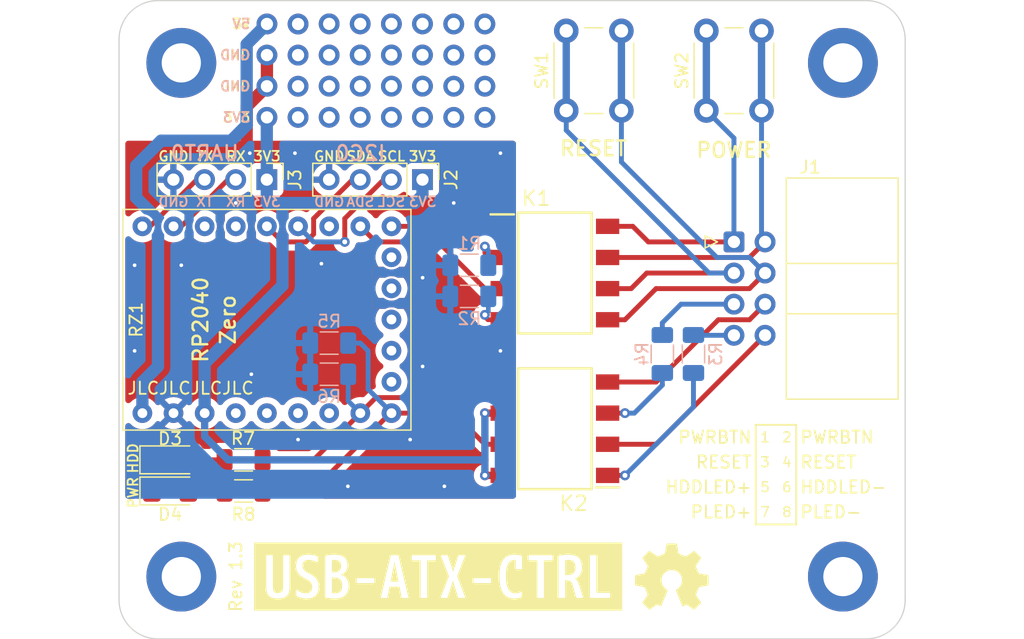
<source format=kicad_pcb>
(kicad_pcb (version 20211014) (generator pcbnew)
  (title_block (title "USB-ATX-CTRL") (date "2022-12-17") (rev "1.3"))
  (layers (0 "F.Cu" signal "Front") (31 "B.Cu" signal "Back") (34 "B.Paste" user) (35 "F.Paste" user) (36 "B.SilkS" user "B.Silkscreen") (37 "F.SilkS" user "F.Silkscreen") (38 "B.Mask" user) (39 "F.Mask" user) (44 "Edge.Cuts" user))
  (property "title" "ATX")
  (net 0 "")
  (net 1 "GND")
  (net 2 "Net-(D3-Pad2)")
  (net 3 "Net-(D4-Pad2)")
  (net 16 "+3.3V")
  (net 17 "/SCL")
  (net 18 "/SDA")
  (net 19 "/RX")
  (net 20 "/TX")
  (net 21 "+5V")
  (net 22 "Net-(K1-Pad2)")
  (net 23 "Net-(K1-Pad4)")
  (net 24 "/PWR_LED_N")
  (net 25 "/HDD_LED_N")
  (net 26 "/HDD_LED_P")
  (net 27 "/PWR_LED_P")
  (net 28 "/RST_GND")
  (net 29 "/~{POWER}")
  (net 30 "/~{RESET}")
  (net 31 "/PWR_GND")
  (net 32 "/GPIO8")
  (net 33 "/GPIO7")
  (net 34 "/GPIO15")
  (net 35 "/GPIO14")
  (net 36 "Net-(K2-Pad1)")
  (net 37 "Net-(K2-Pad3)")
  (footprint "" (layer "F.Cu") (at 93.98 29.850684)
    (fp_text reference "" (at 0 0) (layer "F.SilkS") (effects (font (size 1.27 1.27))))
    (fp_text value "" (at 0 0) (layer "F.SilkS") (effects (font (size 1.27 1.27))))
    (pad "" thru_hole circle locked (at 0 0) (size 1.7 1.7) (drill 1) (layers *.Cu *.Mask))
  )
  (footprint "" (layer "F.Cu") (at 101.595906 37.45882)
    (fp_text reference "" (at 0 0) (layer "F.SilkS") (effects (font (size 1.27 1.27))))
    (fp_text value "" (at 0 0) (layer "F.SilkS") (effects (font (size 1.27 1.27))))
    (pad "" thru_hole circle locked (at 0 0) (size 1.7 1.7) (drill 1) (layers F&B.Cu *.Mask))
  )
  (footprint "Resistor_SMD:R_1206_3216Metric_Pad1.30x1.75mm_HandSolder" (layer "F.Cu") (at 89.535 67.945)
    (fp_text reference "R8" (at 0 1.905) (layer "F.SilkS"))
    (fp_text value "560R")
    (pad "1" smd roundrect (at -1.55 0) (size 1.3 1.75) (layers "F.Cu" "F.Paste" "F.Mask") (roundrect_rratio 0.1923076923) (net 3 "Net-(D4-Pad2)"))
    (pad "2" smd roundrect (at 1.55 0) (size 1.3 1.75) (layers "F.Cu" "F.Paste" "F.Mask") (roundrect_rratio 0.1923076923) (net 35 "/GPIO14"))
  )
  (footprint "" (layer "F.Cu") (at 93.98 37.465)
    (fp_text reference "" (at 0 0) (layer "F.SilkS") (effects (font (size 1.27 1.27))))
    (fp_text value "" (at 0 0) (layer "F.SilkS") (effects (font (size 1.27 1.27))))
    (pad "" thru_hole circle locked (at 0 0) (size 1.7 1.7) (drill 1) (layers F&B.Cu *.Mask))
  )
  (footprint "TestPoint:TestPoint_THTPad_D1.5mm_Drill0.7mm" (layer "F.Cu") (at 91.44 32.385)
    (fp_text reference "REF**" hide)
    (fp_text value "TestPoint_THTPad_D1.5mm_Drill0.7mm" hide)
    (pad "" thru_hole circle locked (at 0 0) (size 1.7 1.7) (drill 1) (layers *.Cu *.Mask) (net 1 "GND"))
  )
  (footprint "Connector_PinHeader_2.54mm:PinHeader_1x04_P2.54mm_Vertical" (layer "F.Cu") (at 104.13 42.545 -90)
    (fp_text reference "J2" (at 0 -2.33 90) (layer "F.SilkS"))
    (fp_text value "I2C0")
    (pad "1" thru_hole rect (at 0 0 270) (size 1.7 1.7) (drill 1) (layers *.Cu *.Mask) (net 16 "+3.3V"))
    (pad "2" thru_hole oval (at 0 2.54 270) (size 1.7 1.7) (drill 1) (layers *.Cu *.Mask) (net 17 "/SCL"))
    (pad "3" thru_hole oval (at 0 5.08 270) (size 1.7 1.7) (drill 1) (layers *.Cu *.Mask) (net 18 "/SDA"))
    (pad "4" thru_hole oval (at 0 7.62 270) (size 1.7 1.7) (drill 1) (layers *.Cu *.Mask) (net 1 "GND"))
  )
  (footprint "Connector_IDC:IDC-Header_2x04_P2.54mm_Horizontal" (layer "F.Cu") (at 129.54 47.625)
    (fp_text reference "J1" (at 6.215 -6.1) (layer "F.SilkS"))
    (fp_text value "ATX")
    (pad "1" thru_hole roundrect (at 0 0) (size 1.7 1.7) (drill 1) (layers *.Cu *.Mask) (roundrect_rratio 0.1470588235) (net 29 "/~{POWER}"))
    (pad "2" thru_hole circle (at 2.54 0) (size 1.7 1.7) (drill 1) (layers *.Cu *.Mask) (net 31 "/PWR_GND"))
    (pad "3" thru_hole circle (at 0 2.54) (size 1.7 1.7) (drill 1) (layers *.Cu *.Mask) (net 30 "/~{RESET}"))
    (pad "4" thru_hole circle (at 2.54 2.54) (size 1.7 1.7) (drill 1) (layers *.Cu *.Mask) (net 28 "/RST_GND"))
    (pad "5" thru_hole circle (at 0 5.08) (size 1.7 1.7) (drill 1) (layers *.Cu *.Mask) (net 26 "/HDD_LED_P"))
    (pad "6" thru_hole circle (at 2.54 5.08) (size 1.7 1.7) (drill 1) (layers *.Cu *.Mask) (net 25 "/HDD_LED_N"))
    (pad "7" thru_hole circle (at 0 7.62) (size 1.7 1.7) (drill 1) (layers *.Cu *.Mask) (net 27 "/PWR_LED_P"))
    (pad "8" thru_hole circle (at 2.54 7.62) (size 1.7 1.7) (drill 1) (layers *.Cu *.Mask) (net 24 "/PWR_LED_N"))
  )
  (footprint "" (layer "F.Cu") (at 101.595906 32.37882)
    (fp_text reference "" (at 0 0) (layer "F.SilkS") (effects (font (size 1.27 1.27))))
    (fp_text value "" (at 0 0) (layer "F.SilkS") (effects (font (size 1.27 1.27))))
    (pad "" thru_hole circle locked (at 0 0) (size 1.7 1.7) (drill 1) (layers F&B.Cu *.Mask))
  )
  (footprint "MountingHole:MountingHole_3.2mm_M3_ISO7380_Pad" (layer "F.Cu") (at 138.43 74.93)
    (fp_text reference "REF**" hide)
    (fp_text value "MountingHole_3.2mm_M3_ISO7380_Pad")
    (pad "" thru_hole circle locked (at 0 0) (size 5.7 5.7) (drill 3.2) (layers *.Cu *.Mask))
  )
  (footprint "" (layer "F.Cu") (at 104.13057 32.37882)
    (fp_text reference "" (at 0 0) (layer "F.SilkS") (effects (font (size 1.27 1.27))))
    (fp_text value "" (at 0 0) (layer "F.SilkS") (effects (font (size 1.27 1.27))))
    (pad "" thru_hole circle locked (at 0 0) (size 1.7 1.7) (drill 1) (layers F&B.Cu *.Mask))
  )
  (footprint "TestPoint:TestPoint_THTPad_D1.5mm_Drill0.7mm" (layer "F.Cu") (at 91.44 29.845)
    (fp_text reference "REF**" hide)
    (fp_text value "TestPoint_THTPad_D1.5mm_Drill0.7mm" hide)
    (pad "" thru_hole circle locked (at 0 0) (size 1.7 1.7) (drill 1) (layers *.Cu *.Mask) (net 21 "+5V"))
  )
  (footprint "" (layer "F.Cu") (at 93.98 34.925)
    (fp_text reference "" (at 0 0) (layer "F.SilkS") (effects (font (size 1.27 1.27))))
    (fp_text value "" (at 0 0) (layer "F.SilkS") (effects (font (size 1.27 1.27))))
    (pad "" thru_hole circle locked (at 0 0) (size 1.7 1.7) (drill 1) (layers F&B.Cu *.Mask))
  )
  (footprint "" (layer "F.Cu") (at 109.22 29.845)
    (fp_text reference "" (at 0 0) (layer "F.SilkS") (effects (font (size 1.27 1.27))))
    (fp_text value "" (at 0 0) (layer "F.SilkS") (effects (font (size 1.27 1.27))))
    (pad "" thru_hole circle locked (at 0 0) (size 1.7 1.7) (drill 1) (layers F&B.Cu *.Mask))
  )
  (footprint "" (layer "F.Cu") (at 106.68 32.385)
    (fp_text reference "" (at 0 0) (layer "F.SilkS") (effects (font (size 1.27 1.27))))
    (fp_text value "" (at 0 0) (layer "F.SilkS") (effects (font (size 1.27 1.27))))
    (pad "" thru_hole circle locked (at 0 0) (size 1.7 1.7) (drill 1) (layers F&B.Cu *.Mask))
  )
  (footprint "Resistor_SMD:R_1206_3216Metric_Pad1.30x1.75mm_HandSolder" (layer "F.Cu") (at 89.535 65.405)
    (fp_text reference "R7" (at -0.049968 -1.737294) (layer "F.SilkS"))
    (fp_text value "560R")
    (pad "1" smd roundrect (at -1.55 0) (size 1.3 1.75) (layers "F.Cu" "F.Paste" "F.Mask") (roundrect_rratio 0.1923076923) (net 2 "Net-(D3-Pad2)"))
    (pad "2" smd roundrect (at 1.55 0) (size 1.3 1.75) (layers "F.Cu" "F.Paste" "F.Mask") (roundrect_rratio 0.1923076923) (net 34 "/GPIO15"))
  )
  (footprint "TestPoint:TestPoint_THTPad_D1.5mm_Drill0.7mm" (layer "F.Cu") (at 91.44 37.465)
    (fp_text reference "REF**" hide)
    (fp_text value "TestPoint_THTPad_D1.5mm_Drill0.7mm" hide)
    (pad "" thru_hole circle locked (at 0 0) (size 1.7 1.7) (drill 1) (layers *.Cu *.Mask) (net 16 "+3.3V"))
  )
  (footprint "MountingHole:MountingHole_3.2mm_M3_ISO7380_Pad" (layer "F.Cu") (at 84.455 74.93)
    (fp_text reference "REF**" hide)
    (fp_text value "MountingHole_3.2mm_M3_ISO7380_Pad")
    (pad "" thru_hole circle locked (at 0 0) (size 5.7 5.7) (drill 3.2) (layers *.Cu *.Mask))
  )
  (footprint "" (layer "F.Cu") (at 106.68 34.925)
    (fp_text reference "" (at 0 0) (layer "F.SilkS") (effects (font (size 1.27 1.27))))
    (fp_text value "" (at 0 0) (layer "F.SilkS") (effects (font (size 1.27 1.27))))
    (pad "" thru_hole circle locked (at 0 0) (size 1.7 1.7) (drill 1) (layers F&B.Cu *.Mask))
  )
  (footprint "" (layer "F.Cu") (at 99.051225 29.83882)
    (fp_text reference "" (at 0 0) (layer "F.SilkS") (effects (font (size 1.27 1.27))))
    (fp_text value "" (at 0 0) (layer "F.SilkS") (effects (font (size 1.27 1.27))))
    (pad "" thru_hole circle locked (at 0 0) (size 1.7 1.7) (drill 1) (layers F&B.Cu *.Mask))
  )
  (footprint "" (layer "F.Cu") (at 101.595906 34.91882)
    (fp_text reference "" (at 0 0) (layer "F.SilkS") (effects (font (size 1.27 1.27))))
    (fp_text value "" (at 0 0) (layer "F.SilkS") (effects (font (size 1.27 1.27))))
    (pad "" thru_hole circle locked (at 0 0) (size 1.7 1.7) (drill 1) (layers F&B.Cu *.Mask))
  )
  (footprint "" (layer "F.Cu") (at 99.051225 34.91882)
    (fp_text reference "" (at 0 0) (layer "F.SilkS") (effects (font (size 1.27 1.27))))
    (fp_text value "" (at 0 0) (layer "F.SilkS") (effects (font (size 1.27 1.27))))
    (pad "" thru_hole circle locked (at 0 0) (size 1.7 1.7) (drill 1) (layers F&B.Cu *.Mask))
  )
  (footprint "TestPoint:TestPoint_THTPad_D1.5mm_Drill0.7mm" (layer "F.Cu") (at 91.44 34.925)
    (fp_text reference "REF**" hide)
    (fp_text value "TestPoint_THTPad_D1.5mm_Drill0.7mm" hide)
    (pad "" thru_hole circle locked (at 0 0) (size 1.7 1.7) (drill 1) (layers *.Cu *.Mask) (net 1 "GND"))
  )
  (footprint "MountingHole:MountingHole_3.2mm_M3_ISO7380_Pad" (layer "F.Cu") (at 84.455 33.02)
    (fp_text reference "REF**" hide)
    (fp_text value "MountingHole_3.2mm_M3_ISO7380_Pad")
    (pad "" thru_hole circle locked (at 0 0) (size 5.7 5.7) (drill 3.2) (layers *.Cu *.Mask))
  )
  (footprint "" (layer "F.Cu") (at 104.13057 37.45882)
    (fp_text reference "" (at 0 0) (layer "F.SilkS") (effects (font (size 1.27 1.27))))
    (fp_text value "" (at 0 0) (layer "F.SilkS") (effects (font (size 1.27 1.27))))
    (pad "" thru_hole circle locked (at 0 0) (size 1.7 1.7) (drill 1) (layers F&B.Cu *.Mask))
  )
  (footprint "MountingHole:MountingHole_3.2mm_M3_ISO7380_Pad" (layer "F.Cu") (at 138.43 33.02)
    (fp_text reference "REF**" hide)
    (fp_text value "MountingHole_3.2mm_M3_ISO7380_Pad")
    (pad "" thru_hole circle locked (at 0 0) (size 5.7 5.7) (drill 3.2) (layers *.Cu *.Mask))
  )
  (footprint "" (layer "F.Cu") (at 99.051225 32.37882)
    (fp_text reference "" (at 0 0) (layer "F.SilkS") (effects (font (size 1.27 1.27))))
    (fp_text value "" (at 0 0) (layer "F.SilkS") (effects (font (size 1.27 1.27))))
    (pad "" thru_hole circle locked (at 0 0) (size 1.7 1.7) (drill 1) (layers F&B.Cu *.Mask))
  )
  (footprint "" (layer "F.Cu") (at 101.595906 29.83882)
    (fp_text reference "" (at 0 0) (layer "F.SilkS") (effects (font (size 1.27 1.27))))
    (fp_text value "" (at 0 0) (layer "F.SilkS") (effects (font (size 1.27 1.27))))
    (pad "" thru_hole circle locked (at 0 0) (size 1.7 1.7) (drill 1) (layers F&B.Cu *.Mask))
  )
  (footprint "Button_Switch_THT:SW_PUSH_6mm" (layer "F.Cu") (at 127.29 36.905 90)
    (fp_text reference "SW2" (at 3.25 -2 90) (layer "F.SilkS"))
    (fp_text value "POWER")
    (pad "1" thru_hole circle (at 6.5 0 180) (size 2 2) (drill 1.1) (layers *.Cu *.Mask) (net 29 "/~{POWER}"))
    (pad "1" thru_hole circle (at 0 0 180) (size 2 2) (drill 1.1) (layers *.Cu *.Mask) (net 29 "/~{POWER}"))
    (pad "2" thru_hole circle (at 6.5 4.5 180) (size 2 2) (drill 1.1) (layers *.Cu *.Mask) (net 31 "/PWR_GND"))
    (pad "2" thru_hole circle (at 0 4.5 180) (size 2 2) (drill 1.1) (layers *.Cu *.Mask) (net 31 "/PWR_GND"))
  )
  (footprint "000:RP2040-Zero" (layer "F.Cu") (at 103.19 62.975 90)
    (fp_text reference "RZ1" (at 9 -22.418 90 unlocked) (layer "F.SilkS"))
    (fp_text value "RP2040-Zero")
    (pad "1" thru_hole circle (at 16.62 -21.91 90) (size 1.6 1.6) (drill 0.8) (layers *.Cu *.Mask) (net 20 "/TX"))
    (pad "2" thru_hole circle (at 16.62 -19.37 90) (size 1.6 1.6) (drill 0.8) (layers *.Cu *.Mask) (net 19 "/RX"))
    (pad "3" thru_hole circle (at 16.62 -16.83 90) (size 1.6 1.6) (drill 0.8) (layers *.Cu *.Mask))
    (pad "4" thru_hole circle (at 16.62 -14.29 90) (size 1.6 1.6) (drill 0.8) (layers *.Cu *.Mask))
    (pad "5" thru_hole circle (at 16.62 -11.75 90) (size 1.6 1.6) (drill 0.8) (layers *.Cu *.Mask) (net 18 "/SDA"))
    (pad "6" thru_hole circle (at 16.62 -9.21 90) (size 1.6 1.6) (drill 0.8) (layers *.Cu *.Mask) (net 17 "/SCL"))
    (pad "7" thru_hole circle (at 16.62 -6.67 90) (size 1.6 1.6) (drill 0.8) (layers *.Cu *.Mask))
    (pad "8" thru_hole circle (at 16.62 -4.13 90) (size 1.6 1.6) (drill 0.8) (layers *.Cu *.Mask) (net 33 "/GPIO7"))
    (pad "9" thru_hole circle (at 16.62 -1.59 90) (size 1.6 1.6) (drill 0.8) (layers *.Cu *.Mask) (net 32 "/GPIO8"))
    (pad "10" thru_hole circle (at 14.097 -1.59 90) (size 1.6 1.6) (drill 0.8) (layers *.Cu *.Mask))
    (pad "11" thru_hole circle (at 11.557 -1.59 90) (size 1.6 1.6) (drill 0.8) (layers *.Cu *.Mask))
    (pad "12" thru_hole circle (at 9.017 -1.59 90) (size 1.6 1.6) (drill 0.8) (layers *.Cu *.Mask))
    (pad "13" thru_hole circle (at 6.477 -1.59 90) (size 1.6 1.6) (drill 0.8) (layers *.Cu *.Mask))
    (pad "14" thru_hole circle (at 3.937 -1.59 90) (size 1.6 1.6) (drill 0.8) (layers *.Cu *.Mask))
    (pad "15" thru_hole circle (at 1.38 -1.59 90) (size 1.6 1.6) (drill 0.8) (layers *.Cu *.Mask) (net 35 "/GPIO14"))
    (pad "16" thru_hole circle (at 1.38 -4.13 90) (size 1.6 1.6) (drill 0.8) (layers *.Cu *.Mask) (net 34 "/GPIO15"))
    (pad "17" thru_hole circle (at 1.38 -6.67 90) (size 1.6 1.6) (drill 0.8) (layers *.Cu *.Mask))
    (pad "18" thru_hole circle (at 1.38 -9.21 90) (size 1.6 1.6) (drill 0.8) (layers *.Cu *.Mask))
    (pad "19" thru_hole circle (at 1.38 -11.75 90) (size 1.6 1.6) (drill 0.8) (layers *.Cu *.Mask))
    (pad "20" thru_hole circle (at 1.38 -14.29 90) (size 1.6 1.6) (drill 0.8) (layers *.Cu *.Mask))
    (pad "21" thru_hole circle (at 1.38 -16.83 90) (size 1.6 1.6) (drill 0.8) (layers *.Cu *.Mask) (net 16 "+3.3V"))
    (pad "22" thru_hole circle (at 1.38 -21.91 90) (size 1.6 1.6) (drill 0.8) (layers *.Cu *.Mask) (net 21 "+5V"))
    (pad "23" thru_hole circle (at 1.38 -19.37 90) (size 1.6 1.6) (drill 0.8) (layers *.Cu *.Mask) (net 1 "GND"))
  )
  (footprint "" (layer "F.Cu") (at 104.13057 29.83882)
    (fp_text reference "" (at 0 0) (layer "F.SilkS") (effects (font (size 1.27 1.27))))
    (fp_text value "" (at 0 0) (layer "F.SilkS") (effects (font (size 1.27 1.27))))
    (pad "" thru_hole circle locked (at 0 0) (size 1.7 1.7) (drill 1) (layers F&B.Cu *.Mask))
  )
  (footprint "" (layer "F.Cu") (at 109.22 34.925)
    (fp_text reference "" (at 0 0) (layer "F.SilkS") (effects (font (size 1.27 1.27))))
    (fp_text value "" (at 0 0) (layer "F.SilkS") (effects (font (size 1.27 1.27))))
    (pad "" thru_hole circle locked (at 0 0) (size 1.7 1.7) (drill 1) (layers F&B.Cu *.Mask))
  )
  (footprint "LOGO" (layer "F.Cu") (at 124.46 74.93)
    (fp_text reference "G1" hide)
    (fp_text value "LOGO" hide)
  )
  (footprint "000:SOP254P962X315-8N" (layer "F.Cu") (at 114.935 62.865 180)
    (fp_text reference "K2" (at -1.524 -6.096 180) (layer "F.SilkS") (effects (font (size 1.2 1.2))))
    (fp_text value "AQW210EHA" hide)
    (pad "1" smd rect (at -4.3 -3.81 270) (size 1.25 1.9) (layers "F.Cu" "F.Paste" "F.Mask") (net 36 "Net-(K2-Pad1)"))
    (pad "2" smd rect (at -4.3 -1.27 270) (size 1.25 1.9) (layers "F.Cu" "F.Paste" "F.Mask") (net 24 "/PWR_LED_N"))
    (pad "3" smd rect (at -4.3 1.27 270) (size 1.25 1.9) (layers "F.Cu" "F.Paste" "F.Mask") (net 37 "Net-(K2-Pad3)"))
    (pad "4" smd rect (at -4.3 3.81 270) (size 1.25 1.9) (layers "F.Cu" "F.Paste" "F.Mask") (net 25 "/HDD_LED_N"))
    (pad "5" smd rect (at 4.3 3.81 270) (size 1.25 1.9) (layers "F.Cu" "F.Paste" "F.Mask") (net 34 "/GPIO15"))
    (pad "6" smd rect (at 4.3 1.27 270) (size 1.25 1.9) (layers "F.Cu" "F.Paste" "F.Mask") (net 16 "+3.3V"))
    (pad "7" smd rect (at 4.3 -1.27 270) (size 1.25 1.9) (layers "F.Cu" "F.Paste" "F.Mask") (net 35 "/GPIO14"))
    (pad "8" smd rect (at 4.3 -3.81 270) (size 1.25 1.9) (layers "F.Cu" "F.Paste" "F.Mask") (net 16 "+3.3V"))
  )
  (footprint "" (layer "F.Cu") (at 96.516161 32.37882)
    (fp_text reference "" (at 0 0) (layer "F.SilkS") (effects (font (size 1.27 1.27))))
    (fp_text value "" (at 0 0) (layer "F.SilkS") (effects (font (size 1.27 1.27))))
    (pad "" thru_hole circle locked (at 0 0) (size 1.7 1.7) (drill 1) (layers F&B.Cu *.Mask))
  )
  (footprint "000:SOP254P962X315-8N" (layer "F.Cu") (at 114.935 50.165)
    (fp_text reference "K1" (at -1.524 -6.096) (layer "F.SilkS") (effects (font (size 1.2 1.2))))
    (fp_text value "AQW210EHA" hide)
    (pad "1" smd rect (at -4.3 -3.81 90) (size 1.25 1.9) (layers "F.Cu" "F.Paste" "F.Mask") (net 32 "/GPIO8"))
    (pad "2" smd rect (at -4.3 -1.27 90) (size 1.25 1.9) (layers "F.Cu" "F.Paste" "F.Mask") (net 22 "Net-(K1-Pad2)"))
    (pad "3" smd rect (at -4.3 1.27 90) (size 1.25 1.9) (layers "F.Cu" "F.Paste" "F.Mask") (net 33 "/GPIO7"))
    (pad "4" smd rect (at -4.3 3.81 90) (size 1.25 1.9) (layers "F.Cu" "F.Paste" "F.Mask") (net 23 "Net-(K1-Pad4)"))
    (pad "5" smd rect (at 4.3 3.81 90) (size 1.25 1.9) (layers "F.Cu" "F.Paste" "F.Mask") (net 28 "/RST_GND"))
    (pad "6" smd rect (at 4.3 1.27 90) (size 1.25 1.9) (layers "F.Cu" "F.Paste" "F.Mask") (net 30 "/~{RESET}"))
    (pad "7" smd rect (at 4.3 -1.27 90) (size 1.25 1.9) (layers "F.Cu" "F.Paste" "F.Mask") (net 31 "/PWR_GND"))
    (pad "8" smd rect (at 4.3 -3.81 90) (size 1.25 1.9) (layers "F.Cu" "F.Paste" "F.Mask") (net 29 "/~{POWER}"))
  )
  (footprint "" (layer "F.Cu") (at 99.051225 37.45882)
    (fp_text reference "" (at 0 0) (layer "F.SilkS") (effects (font (size 1.27 1.27))))
    (fp_text value "" (at 0 0) (layer "F.SilkS") (effects (font (size 1.27 1.27))))
    (pad "" thru_hole circle locked (at 0 0) (size 1.7 1.7) (drill 1) (layers F&B.Cu *.Mask))
  )
  (footprint "" (layer "F.Cu") (at 93.98 32.385)
    (fp_text reference "" (at 0 0) (layer "F.SilkS") (effects (font (size 1.27 1.27))))
    (fp_text value "" (at 0 0) (layer "F.SilkS") (effects (font (size 1.27 1.27))))
    (pad "" thru_hole circle locked (at 0 0) (size 1.7 1.7) (drill 1) (layers *.Cu *.Mask))
  )
  (footprint "LED_SMD:LED_1206_3216Metric_Pad1.42x1.75mm_HandSolder" (layer "F.Cu") (at 83.54 67.945)
    (fp_text reference "D4" (at 0 1.905) (layer "F.SilkS"))
    (fp_text value "LED")
    (pad "1" smd roundrect (at -1.4875 0) (size 1.425 1.75) (layers "F.Cu" "F.Paste" "F.Mask") (roundrect_rratio 0.1754392982) (net 1 "GND"))
    (pad "2" smd roundrect (at 1.4875 0) (size 1.425 1.75) (layers "F.Cu" "F.Paste" "F.Mask") (roundrect_rratio 0.1754392982) (net 3 "Net-(D4-Pad2)"))
  )
  (footprint "" (layer "F.Cu") (at 96.516161 29.83882)
    (fp_text reference "" (at 0 0) (layer "F.SilkS") (effects (font (size 1.27 1.27))))
    (fp_text value "" (at 0 0) (layer "F.SilkS") (effects (font (size 1.27 1.27))))
    (pad "" thru_hole circle locked (at 0 0) (size 1.7 1.7) (drill 1) (layers F&B.Cu *.Mask))
  )
  (footprint "Connector_PinHeader_2.54mm:PinHeader_1x04_P2.54mm_Vertical" (layer "F.Cu") (at 91.43 42.545 -90)
    (fp_text reference "J3" (at 0 -2.296 90) (layer "F.SilkS"))
    (fp_text value "UART0")
    (pad "1" thru_hole rect (at 0 0 270) (size 1.7 1.7) (drill 1) (layers *.Cu *.Mask) (net 16 "+3.3V"))
    (pad "2" thru_hole oval (at 0 2.54 270) (size 1.7 1.7) (drill 1) (layers *.Cu *.Mask) (net 19 "/RX"))
    (pad "3" thru_hole oval (at 0 5.08 270) (size 1.7 1.7) (drill 1) (layers *.Cu *.Mask) (net 20 "/TX"))
    (pad "4" thru_hole oval (at 0 7.62 270) (size 1.7 1.7) (drill 1) (layers *.Cu *.Mask) (net 1 "GND"))
  )
  (footprint "" (layer "F.Cu") (at 109.22 32.385)
    (fp_text reference "" (at 0 0) (layer "F.SilkS") (effects (font (size 1.27 1.27))))
    (fp_text value "" (at 0 0) (layer "F.SilkS") (effects (font (size 1.27 1.27))))
    (pad "" thru_hole circle locked (at 0 0) (size 1.7 1.7) (drill 1) (layers F&B.Cu *.Mask))
  )
  (footprint "" (layer "F.Cu") (at 104.13057 34.91882)
    (fp_text reference "" (at 0 0) (layer "F.SilkS") (effects (font (size 1.27 1.27))))
    (fp_text value "" (at 0 0) (layer "F.SilkS") (effects (font (size 1.27 1.27))))
    (pad "" thru_hole circle locked (at 0 0) (size 1.7 1.7) (drill 1) (layers F&B.Cu *.Mask))
  )
  (footprint "Button_Switch_THT:SW_PUSH_6mm" (layer "F.Cu") (at 115.86 36.905 90)
    (fp_text reference "SW1" (at 3.25 -2 90) (layer "F.SilkS"))
    (fp_text value "RESET")
    (pad "1" thru_hole circle (at 6.5 0 180) (size 2 2) (drill 1.1) (layers *.Cu *.Mask) (net 30 "/~{RESET}"))
    (pad "1" thru_hole circle (at 0 0 180) (size 2 2) (drill 1.1) (layers *.Cu *.Mask) (net 30 "/~{RESET}"))
    (pad "2" thru_hole circle (at 0 4.5 180) (size 2 2) (drill 1.1) (layers *.Cu *.Mask) (net 28 "/RST_GND"))
    (pad "2" thru_hole circle (at 6.5 4.5 180) (size 2 2) (drill 1.1) (layers *.Cu *.Mask) (net 28 "/RST_GND"))
  )
  (footprint "" (layer "F.Cu") (at 106.68 29.845)
    (fp_text reference "" (at 0 0) (layer "F.SilkS") (effects (font (size 1.27 1.27))))
    (fp_text value "" (at 0 0) (layer "F.SilkS") (effects (font (size 1.27 1.27))))
    (pad "" thru_hole circle locked (at 0 0) (size 1.7 1.7) (drill 1) (layers F&B.Cu *.Mask))
  )
  (footprint "LED_SMD:LED_1206_3216Metric_Pad1.42x1.75mm_HandSolder" (layer "F.Cu") (at 83.54 65.405)
    (fp_text reference "D3" (at 0 -1.728945) (layer "F.SilkS"))
    (fp_text value "LED")
    (pad "1" smd roundrect (at -1.4875 0) (size 1.425 1.75) (layers "F.Cu" "F.Paste" "F.Mask") (roundrect_rratio 0.1754392982) (net 1 "GND"))
    (pad "2" smd roundrect (at 1.4875 0) (size 1.425 1.75) (layers "F.Cu" "F.Paste" "F.Mask") (roundrect_rratio 0.1754392982) (net 2 "Net-(D3-Pad2)"))
  )
  (footprint "" (layer "F.Cu") (at 96.516161 37.45882)
    (fp_text reference "" (at 0 0) (layer "F.SilkS") (effects (font (size 1.27 1.27))))
    (fp_text value "" (at 0 0) (layer "F.SilkS") (effects (font (size 1.27 1.27))))
    (pad "" thru_hole circle locked (at 0 0) (size 1.7 1.7) (drill 1) (layers F&B.Cu *.Mask))
  )
  (footprint "" (layer "F.Cu") (at 96.516161 34.91882)
    (fp_text reference "" (at 0 0) (layer "F.SilkS") (effects (font (size 1.27 1.27))))
    (fp_text value "" (at 0 0) (layer "F.SilkS") (effects (font (size 1.27 1.27))))
    (pad "" thru_hole circle locked (at 0 0) (size 1.7 1.7) (drill 1) (layers F&B.Cu *.Mask))
  )
  (footprint "" (layer "F.Cu") (at 109.22 37.465)
    (fp_text reference "" (at 0 0) (layer "F.SilkS") (effects (font (size 1.27 1.27))))
    (fp_text value "" (at 0 0) (layer "F.SilkS") (effects (font (size 1.27 1.27))))
    (pad "" thru_hole circle locked (at 0 0) (size 1.7 1.7) (drill 1) (layers F&B.Cu *.Mask))
  )
  (footprint "kibuzzard-639AEF10" (layer "F.Cu") (at 105.41 74.93)
    (fp_text reference "kibuzzard-639AEF10" hide)
    (fp_text value "G***" hide)
  )
  (footprint "" (layer "F.Cu") (at 106.68 37.465)
    (fp_text reference "" (at 0 0) (layer "F.SilkS") (effects (font (size 1.27 1.27))))
    (fp_text value "" (at 0 0) (layer "F.SilkS") (effects (font (size 1.27 1.27))))
    (pad "" thru_hole circle locked (at 0 0) (size 1.7 1.7) (drill 1) (layers F&B.Cu *.Mask))
  )
  (footprint "Resistor_SMD:R_1206_3216Metric_Pad1.30x1.75mm_HandSolder" (layer "B.Cu") (at 126.238 56.769 90)
    (fp_text reference "R3" (at 0 1.82 90) (layer "B.SilkS") (effects (justify mirror)))
    (fp_text value "560R")
    (pad "1" smd roundrect (at -1.55 0 90) (size 1.3 1.75) (layers "B.Cu" "B.Paste" "B.Mask") (roundrect_rratio 0.1923076923) (net 36 "Net-(K2-Pad1)"))
    (pad "2" smd roundrect (at 1.55 0 90) (size 1.3 1.75) (layers "B.Cu" "B.Paste" "B.Mask") (roundrect_rratio 0.1923076923) (net 27 "/PWR_LED_P"))
  )
  (footprint "Resistor_SMD:R_1206_3216Metric_Pad1.30x1.75mm_HandSolder" (layer "B.Cu") (at 96.52 55.88)
    (fp_text reference "R5" (at 0 -1.778) (layer "B.SilkS") (effects (justify mirror)))
    (fp_text value "33k")
    (pad "1" smd roundrect (at -1.55 0) (size 1.3 1.75) (layers "B.Cu" "B.Paste" "B.Mask") (roundrect_rratio 0.1923076923) (net 1 "GND"))
    (pad "2" smd roundrect (at 1.55 0) (size 1.3 1.75) (layers "B.Cu" "B.Paste" "B.Mask") (roundrect_rratio 0.1923076923) (net 35 "/GPIO14"))
  )
  (footprint "Resistor_SMD:R_1206_3216Metric_Pad1.30x1.75mm_HandSolder" (layer "B.Cu") (at 107.95 52.07)
    (fp_text reference "R2" (at 0 1.82 180) (layer "B.SilkS") (effects (justify mirror)))
    (fp_text value "560R")
    (pad "1" smd roundrect (at -1.55 0) (size 1.3 1.75) (layers "B.Cu" "B.Paste" "B.Mask") (roundrect_rratio 0.1923076923) (net 1 "GND"))
    (pad "2" smd roundrect (at 1.55 0) (size 1.3 1.75) (layers "B.Cu" "B.Paste" "B.Mask") (roundrect_rratio 0.1923076923) (net 23 "Net-(K1-Pad4)"))
  )
  (footprint "Resistor_SMD:R_1206_3216Metric_Pad1.30x1.75mm_HandSolder" (layer "B.Cu") (at 96.52 58.42)
    (fp_text reference "R6" (at 0 1.82) (layer "B.SilkS") (effects (justify mirror)))
    (fp_text value "33k")
    (pad "1" smd roundrect (at -1.55 0) (size 1.3 1.75) (layers "B.Cu" "B.Paste" "B.Mask") (roundrect_rratio 0.1923076923) (net 1 "GND"))
    (pad "2" smd roundrect (at 1.55 0) (size 1.3 1.75) (layers "B.Cu" "B.Paste" "B.Mask") (roundrect_rratio 0.1923076923) (net 34 "/GPIO15"))
  )
  (footprint "Resistor_SMD:R_1206_3216Metric_Pad1.30x1.75mm_HandSolder" (layer "B.Cu") (at 123.698 56.769 90)
    (fp_text reference "R4" (at 0 -1.651 90) (layer "B.SilkS") (effects (justify mirror)))
    (fp_text value "560R")
    (pad "1" smd roundrect (at -1.55 0 90) (size 1.3 1.75) (layers "B.Cu" "B.Paste" "B.Mask") (roundrect_rratio 0.1923076923) (net 37 "Net-(K2-Pad3)"))
    (pad "2" smd roundrect (at 1.55 0 90) (size 1.3 1.75) (layers "B.Cu" "B.Paste" "B.Mask") (roundrect_rratio 0.1923076923) (net 26 "/HDD_LED_P"))
  )
  (footprint "Resistor_SMD:R_1206_3216Metric_Pad1.30x1.75mm_HandSolder" (layer "B.Cu") (at 107.95 49.53)
    (fp_text reference "R1" (at 0 -1.778 180) (layer "B.SilkS") (effects (justify mirror)))
    (fp_text value "560R")
    (pad "1" smd roundrect (at -1.55 0) (size 1.3 1.75) (layers "B.Cu" "B.Paste" "B.Mask") (roundrect_rratio 0.1923076923) (net 1 "GND"))
    (pad "2" smd roundrect (at 1.55 0) (size 1.3 1.75) (layers "B.Cu" "B.Paste" "B.Mask") (roundrect_rratio 0.1923076923) (net 22 "Net-(K1-Pad2)"))
  )
  (gr_rect (start 131.318 62.5475) (end 134.62 70.6755) (layer "F.SilkS") (width 0.15) (fill none))
  (gr_arc (start 82.55 80.01) (mid 80.304936 79.080064) (end 79.375 76.835) (layer "Edge.Cuts") (width 0.1))
  (gr_line (start 82.55 80.01) (end 140.335 80.01) (layer "Edge.Cuts") (width 0.1))
  (gr_line (start 79.375 31.115) (end 79.375 76.835) (layer "Edge.Cuts") (width 0.1))
  (gr_arc (start 79.375 31.115) (mid 80.304936 28.869936) (end 82.55 27.94) (layer "Edge.Cuts") (width 0.1))
  (gr_line (start 82.55 27.94) (end 140.335 27.94) (layer "Edge.Cuts") (width 0.1))
  (gr_arc (start 143.51 76.835) (mid 142.580064 79.080064) (end 140.335 80.01) (layer "Edge.Cuts") (width 0.1))
  (gr_arc (start 140.335 27.94) (mid 142.580064 28.869936) (end 143.51 31.115) (layer "Edge.Cuts") (width 0.1))
  (gr_line (start 143.51 31.115) (end 143.51 76.835) (layer "Edge.Cuts") (width 0.1))
  (gr_text "GND" (at 90.17 32.385) (layer "B.SilkS") (effects (font (size 0.8 0.8)) (justify left mirror)))
  (gr_text "GND" (at 83.82 44.3484) (layer "B.SilkS") (effects (font (size 0.8 0.8)) (justify mirror)))
  (gr_text "3V3" (at 104.14 44.3484) (layer "B.SilkS") (effects (font (size 0.8 0.8)) (justify mirror)))
  (gr_text "GND" (at 90.17 34.925) (layer "B.SilkS") (effects (font (size 0.8 0.8)) (justify left mirror)))
  (gr_text "TX" (at 86.36 44.3484) (layer "B.SilkS") (effects (font (size 0.8 0.8)) (justify mirror)))
  (gr_text "SCL" (at 101.6 44.3484) (layer "B.SilkS") (effects (font (size 0.8 0.8)) (justify mirror)))
  (gr_text "UART0" (at 86.36 40.386) (layer "B.SilkS") (effects (font (size 1.2 1.2) (thickness 0.2)) (justify mirror)))
  (gr_text "RX" (at 88.9 44.3484) (layer "B.SilkS") (effects (font (size 0.8 0.8)) (justify mirror)))
  (gr_text "GND" (at 96.52 44.3484) (layer "B.SilkS") (effects (font (size 0.8 0.8)) (justify mirror)))
  (gr_text "I2C0" (at 99.06 40.386) (layer "B.SilkS") (effects (font (size 1.2 1.2) (thickness 0.2)) (justify mirror)))
  (gr_text "SDA" (at 99.06 44.3484) (layer "B.SilkS") (effects (font (size 0.8 0.8)) (justify mirror)))
  (gr_text "3V3" (at 90.17 37.465) (layer "B.SilkS") (effects (font (size 0.8 0.8)) (justify left mirror)))
  (gr_text "3V3" (at 91.44 44.3484) (layer "B.SilkS") (effects (font (size 0.8 0.8)) (justify mirror)))
  (gr_text "5V" (at 90.17 29.845) (layer "B.SilkS") (effects (font (size 0.8 0.8)) (justify left mirror)))
  (gr_text "GND" (at 96.52 40.64) (layer "F.SilkS") (effects (font (size 0.8 0.8))))
  (gr_text "RESET" (at 131.064 65.5955) (layer "F.SilkS") (effects (font (size 1 1)) (justify right)))
  (gr_text "1" (at 132.08 63.5635) (layer "F.SilkS") (effects (font (size 0.8 0.8) (thickness 0.12))))
  (gr_text "JLCJLCJLCJLC" (at 85.217 59.563) (layer "F.SilkS") (effects (font (size 1 1))))
  (gr_text "SCL" (at 101.6 40.64) (layer "F.SilkS") (effects (font (size 0.8 0.8))))
  (gr_text "HDD" (at 80.518 65.278 90) (layer "F.SilkS") (effects (font (size 0.8 0.8))))
  (gr_text "TX" (at 86.36 40.64) (layer "F.SilkS") (effects (font (size 0.8 0.8))))
  (gr_text "5V" (at 90.17 29.845) (layer "F.SilkS") (effects (font (size 0.8 0.8)) (justify right)))
  (gr_text "GND" (at 90.17 32.385) (layer "F.SilkS") (effects (font (size 0.8 0.8)) (justify right)))
  (gr_text "3V3" (at 104.14 40.639999) (layer "F.SilkS") (effects (font (size 0.8 0.8))))
  (gr_text "POWER" (at 129.54 40.132) (layer "F.SilkS") (effects (font (size 1.2 1.2) (thickness 0.2))))
  (gr_text "GND" (at 83.82 40.64) (layer "F.SilkS") (effects (font (size 0.8 0.8))))
  (gr_text "2" (at 133.858 63.5635) (layer "F.SilkS") (effects (font (size 0.8 0.8) (thickness 0.12))))
  (gr_text "RESET" (at 134.874 65.5955) (layer "F.SilkS") (effects (font (size 1 1)) (justify left)))
  (gr_text "GND" (at 90.17 34.925) (layer "F.SilkS") (effects (font (size 0.8 0.8)) (justify right)))
  (gr_text "PWRBTN" (at 134.874 63.5635) (layer "F.SilkS") (effects (font (size 1 1)) (justify left)))
  (gr_text "RP2040\n " (at 86.995 53.975 90) (layer "F.SilkS") (effects (font (size 1.2 1.2) (thickness 0.2))))
  (gr_text "3" (at 132.08 65.5955) (layer "F.SilkS") (effects (font (size 0.8 0.8) (thickness 0.12))))
  (gr_text "PWRBTN" (at 131.064 63.5635) (layer "F.SilkS") (effects (font (size 1 1)) (justify right)))
  (gr_text "4" (at 133.858 65.5955) (layer "F.SilkS") (effects (font (size 0.8 0.8) (thickness 0.12))))
  (gr_text "RESET" (at 118.074 40.005) (layer "F.SilkS") (effects (font (size 1.2 1.2) (thickness 0.2))))
  (gr_text "PWR" (at 80.518 68.072 90) (layer "F.SilkS") (effects (font (size 0.8 0.8))))
  (gr_text "RX" (at 88.9 40.64) (layer "F.SilkS") (effects (font (size 0.8 0.8))))
  (gr_text "Rev ${REVISION}" (at 88.9 74.93 90) (layer "F.SilkS") (effects (font (size 1 1))))
  (gr_text "5" (at 132.08 67.6275) (layer "F.SilkS") (effects (font (size 0.8 0.8) (thickness 0.12))))
  (gr_text "3V3" (at 91.44 40.64) (layer "F.SilkS") (effects (font (size 0.8 0.8))))
  (gr_text "SDA" (at 99.06 40.64) (layer "F.SilkS") (effects (font (size 0.8 0.8))))
  (gr_text "HDDLED+" (at 131.064 67.6275) (layer "F.SilkS") (effects (font (size 1 1)) (justify right)))
  (gr_text "3V3" (at 90.17 37.465) (layer "F.SilkS") (effects (font (size 0.8 0.8)) (justify right)))
  (gr_text "PLED-" (at 134.874 69.6595) (layer "F.SilkS") (effects (font (size 1 1)) (justify left)))
  (gr_text "HDDLED-" (at 134.874 67.6275) (layer "F.SilkS") (effects (font (size 1 1)) (justify left)))
  (gr_text "8" (at 133.858 69.6595) (layer "F.SilkS") (effects (font (size 0.8 0.8) (thickness 0.12))))
  (gr_text "7" (at 132.08 69.6595) (layer "F.SilkS") (effects (font (size 0.8 0.8) (thickness 0.12))))
  (gr_text "6" (at 133.858 67.6275) (layer "F.SilkS") (effects (font (size 0.8 0.8) (thickness 0.12))))
  (gr_text "Zero" (at 88.265 53.975 90) (layer "F.SilkS") (effects (font (size 1.2 1.2) (thickness 0.2))))
  (gr_text "PLED+" (at 131.064 69.6595) (layer "F.SilkS") (effects (font (size 1 1)) (justify right)))
  (segment (start 91.44 34.925) (end 91.44 32.385) (width 1) (layer "F.Cu") (net 1))
  (segment (start 89.789 40.132) (end 89.789 36.576) (width 1) (layer "F.Cu") (net 1))
  (segment (start 89.789 36.576) (end 91.44 34.925) (width 1) (layer "F.Cu") (net 1))
  (via (at 90.17 58.42) (size 0.7) (drill 0.3) (layers "F.Cu" "B.Cu") (net 1))
  (via (at 93.726 40.386) (size 0.7) (drill 0.3) (layers "F.Cu" "B.Cu") (net 1))
  (via (at 103.124 63.754) (size 0.7) (drill 0.3) (layers "F.Cu" "B.Cu") (net 1))
  (via (at 106.68 44.45) (size 0.7) (drill 0.3) (layers "F.Cu" "B.Cu") (net 1))
  (via (at 93.98 63.754) (size 0.7) (drill 0.3) (layers "F.Cu" "B.Cu") (net 1))
  (via (at 110.49 56.515) (size 0.7) (drill 0.3) (layers "F.Cu" "B.Cu") (net 1))
  (via (at 90.043 40.386) (size 0.7) (drill 0.3) (layers "F.Cu" "B.Cu") (net 1))
  (via (at 110.49 40.386) (size 0.7) (drill 0.3) (layers "F.Cu" "B.Cu") (net 1))
  (via (at 88.9 44.45) (size 0.7) (drill 0.3) (layers "F.Cu" "B.Cu") (net 1))
  (via (at 104.14 57.785) (size 0.7) (drill 0.3) (layers "F.Cu" "B.Cu") (net 1))
  (via (at 104.14 50.546) (size 0.7) (drill 0.3) (layers "F.Cu" "B.Cu") (net 1))
  (via (at 80.645 49.53) (size 0.7) (drill 0.3) (layers "F.Cu" "B.Cu") (net 1))
  (via (at 84.455 49.53) (size 0.7) (drill 0.3) (layers "F.Cu" "B.Cu") (net 1))
  (via (at 95.885 49.403) (size 0.7) (drill 0.3) (layers "F.Cu" "B.Cu") (net 1))
  (via (at 80.645 56.515) (size 0.7) (drill 0.3) (layers "F.Cu" "B.Cu") (net 1))
  (via (at 98.044 67.564) (size 0.7) (drill 0.3) (layers "F.Cu" "B.Cu") (net 1))
  (via (at 105.918 67.564) (size 0.7) (drill 0.3) (layers "F.Cu" "B.Cu") (net 1))
  (segment (start 85.0275 65.405) (end 87.985 65.405) (width 0.4) (layer "F.Cu") (net 2))
  (segment (start 85.0275 67.945) (end 87.985 67.945) (width 0.4) (layer "F.Cu") (net 3))
  (segment (start 110.635 61.595) (end 109.22 61.595) (width 0.6) (layer "F.Cu") (net 16))
  (segment (start 109.22 66.675) (end 110.508 66.675) (width 0.6) (layer "F.Cu") (net 16))
  (via (at 109.22 66.675) (size 0.8) (drill 0.4) (layers "F.Cu" "B.Cu") (net 16))
  (via (at 109.22 61.595) (size 0.8) (drill 0.4) (layers "F.Cu" "B.Cu") (net 16))
  (segment (start 86.36 63.5) (end 86.36 61.5) (width 0.6) (layer "B.Cu") (net 16))
  (segment (start 92.71 47.498) (end 92.71 51.181) (width 1) (layer "B.Cu") (net 16))
  (segment (start 88.265 65.405) (end 86.36 63.5) (width 0.6) (layer "B.Cu") (net 16))
  (segment (start 91.43 44.44) (end 91.44 44.45) (width 1) (layer "B.Cu") (net 16))
  (segment (start 109.22 65.405) (end 88.265 65.405) (width 0.6) (layer "B.Cu") (net 16))
  (segment (start 92.71 51.181) (end 86.36 57.531) (width 1) (layer "B.Cu") (net 16))
  (segment (start 92.71 44.45) (end 92.71 45.085) (width 1) (layer "B.Cu") (net 16))
  (segment (start 104.13 43.825) (end 104.13 42.545) (width 1) (layer "B.Cu") (net 16))
  (segment (start 91.44 37.465) (end 91.43 37.475) (width 1) (layer "B.Cu") (net 16))
  (segment (start 91.44 44.45) (end 103.505 44.45) (width 1) (layer "B.Cu") (net 16))
  (segment (start 91.43 42.545) (end 91.43 44.44) (width 1) (layer "B.Cu") (net 16))
  (segment (start 103.505 44.45) (end 104.13 43.825) (width 1) (layer "B.Cu") (net 16))
  (segment (start 109.22 66.675) (end 109.22 61.595) (width 0.6) (layer "B.Cu") (net 16))
  (segment (start 91.43 37.475) (end 91.43 42.545) (width 1) (layer "B.Cu") (net 16))
  (segment (start 86.36 57.531) (end 86.36 61.5) (width 1) (layer "B.Cu") (net 16))
  (segment (start 100.965 42.545) (end 101.59 42.545) (width 0.4) (layer "F.Cu") (net 17))
  (segment (start 97.79 45.72) (end 100.965 42.545) (width 0.4) (layer "F.Cu") (net 17))
  (segment (start 97.79 47.625) (end 97.79 45.72) (width 0.4) (layer "F.Cu") (net 17))
  (via (at 97.79 47.625) (size 0.8) (drill 0.4) (layers "F.Cu" "B.Cu") (net 17))
  (segment (start 95.25 47.625) (end 93.98 46.355) (width 0.4) (layer "B.Cu") (net 17))
  (segment (start 97.79 47.625) (end 95.25 47.625) (width 0.4) (layer "B.Cu") (net 17))
  (segment (start 94.615 47.625) (end 95.25 46.99) (width 0.4) (layer "F.Cu") (net 18))
  (segment (start 95.25 45.72) (end 98.425 42.545) (width 0.4) (layer "F.Cu") (net 18))
  (segment (start 95.25 46.99) (end 95.25 45.72) (width 0.4) (layer "F.Cu") (net 18))
  (segment (start 92.71 47.625) (end 94.615 47.625) (width 0.4) (layer "F.Cu") (net 18))
  (segment (start 98.425 42.545) (end 99.05 42.545) (width 0.4) (layer "F.Cu") (net 18))
  (segment (start 91.44 46.355) (end 92.71 47.625) (width 0.4) (layer "F.Cu") (net 18))
  (segment (start 83.82 46.26) (end 84.55 46.26) (width 0.4) (layer "F.Cu") (net 19))
  (segment (start 88.265 42.545) (end 88.89 42.545) (width 0.4) (layer "F.Cu") (net 19))
  (segment (start 84.55 46.26) (end 88.265 42.545) (width 0.4) (layer "F.Cu") (net 19))
  (segment (start 82.005 46.26) (end 85.72 42.545) (width 0.4) (layer "F.Cu") (net 20))
  (segment (start 85.72 42.545) (end 86.35 42.545) (width 0.4) (layer "F.Cu") (net 20))
  (segment (start 81.28 46.26) (end 82.005 46.26) (width 0.4) (layer "F.Cu") (net 20))
  (segment (start 82.55 47.498) (end 82.55 57.785) (width 1) (layer "B.Cu") (net 21))
  (segment (start 89.789 38.1) (end 88.519 39.37) (width 1) (layer "B.Cu") (net 21))
  (segment (start 89.789 31.496) (end 89.789 38.1) (width 1) (layer "B.Cu") (net 21))
  (segment (start 80.772 44.0182) (end 81.5848 44.831) (width 1) (layer "B.Cu") (net 21))
  (segment (start 82.804 39.37) (end 80.772 41.402) (width 1) (layer "B.Cu") (net 21))
  (segment (start 82.55 57.785) (end 81.28 59.055) (width 1) (layer "B.Cu") (net 21))
  (segment (start 81.28 59.055) (end 81.28 61.5) (width 1) (layer "B.Cu") (net 21))
  (segment (start 91.44 29.845) (end 89.789 31.496) (width 1) (layer "B.Cu") (net 21))
  (segment (start 80.772 41.402) (end 80.772 44.0182) (width 1) (layer "B.Cu") (net 21))
  (segment (start 88.519 39.37) (end 82.804 39.37) (width 1) (layer "B.Cu") (net 21))
  (segment (start 109.22 48.006) (end 109.22 48.514) (width 0.381) (layer "F.Cu") (net 22))
  (segment (start 109.601 48.895) (end 110.635 48.895) (width 0.381) (layer "F.Cu") (net 22))
  (segment (start 109.22 48.514) (end 109.601 48.895) (width 0.381) (layer "F.Cu") (net 22))
  (via (at 109.22 48.006) (size 0.8) (drill 0.4) (layers "F.Cu" "B.Cu") (net 22))
  (segment (start 109.22 48.006) (end 109.5 48.286) (width 0.381) (layer "B.Cu") (net 22))
  (segment (start 109.5 48.286) (end 109.5 49.53) (width 0.381) (layer "B.Cu") (net 22))
  (segment (start 109.22 53.578) (end 109.22 53.721) (width 0.381) (layer "F.Cu") (net 23))
  (segment (start 109.474 53.975) (end 110.635 53.975) (width 0.381) (layer "F.Cu") (net 23))
  (segment (start 109.22 53.721) (end 109.474 53.975) (width 0.381) (layer "F.Cu") (net 23))
  (via (at 109.22 53.578) (size 0.8) (drill 0.4) (layers "F.Cu" "B.Cu") (net 23))
  (segment (start 109.22 53.578) (end 109.5 53.298) (width 0.381) (layer "B.Cu") (net 23))
  (segment (start 109.5 53.298) (end 109.5 52.07) (width 0.381) (layer "B.Cu") (net 23))
  (segment (start 123.19 64.135) (end 119.235 64.135) (width 0.4) (layer "F.Cu") (net 24))
  (segment (start 132.08 55.245) (end 123.19 64.135) (width 0.4) (layer "F.Cu") (net 24))
  (segment (start 123.19 59.055) (end 119.235 59.055) (width 0.4) (layer "F.Cu") (net 25))
  (segment (start 132.08 52.705) (end 130.81 53.975) (width 0.4) (layer "F.Cu") (net 25))
  (segment (start 128.27 53.975) (end 123.19 59.055) (width 0.4) (layer "F.Cu") (net 25))
  (segment (start 130.81 53.975) (end 128.27 53.975) (width 0.4) (layer "F.Cu") (net 25))
  (segment (start 125.222 52.705) (end 123.698 54.229) (width 0.4) (layer "B.Cu") (net 26))
  (segment (start 129.54 52.705) (end 125.222 52.705) (width 0.4) (layer "B.Cu") (net 26))
  (segment (start 123.698 54.229) (end 123.698 55.219) (width 0.4) (layer "B.Cu") (net 26))
  (segment (start 126.264 55.245) (end 126.238 55.219) (width 0.4) (layer "B.Cu") (net 27))
  (segment (start 129.54 55.245) (end 126.264 55.245) (width 0.4) (layer "B.Cu") (net 27))
  (segment (start 130.81 51.435) (end 123.19 51.435) (width 0.4) (layer "F.Cu") (net 28))
  (segment (start 120.65 53.975) (end 119.235 53.975) (width 0.4) (layer "F.Cu") (net 28))
  (segment (start 132.08 50.165) (end 130.81 51.435) (width 0.4) (layer "F.Cu") (net 28))
  (segment (start 123.19 51.435) (end 120.65 53.975) (width 0.4) (layer "F.Cu") (net 28))
  (segment (start 130.81 48.895) (end 128.143 48.895) (width 0.4) (layer "B.Cu") (net 28))
  (segment (start 128.143 48.895) (end 120.36 41.112) (width 0.4) (layer "B.Cu") (net 28))
  (segment (start 132.08 50.165) (end 130.81 48.895) (width 0.4) (layer "B.Cu") (net 28))
  (segment (start 120.36 30.405) (end 120.36 36.905) (width 0.6) (layer "B.Cu") (net 28))
  (segment (start 120.36 41.112) (end 120.36 36.905) (width 0.4) (layer "B.Cu") (net 28))
  (segment (start 119.253 46.355) (end 121.285 46.355) (width 0.4) (layer "F.Cu") (net 29))
  (segment (start 121.285 46.355) (end 122.555 47.625) (width 0.4) (layer "F.Cu") (net 29))
  (segment (start 122.555 47.625) (end 129.54 47.625) (width 0.4) (layer "F.Cu") (net 29))
  (segment (start 129.54 47.625) (end 129.54 39.155) (width 0.4) (layer "B.Cu") (net 29))
  (segment (start 129.54 39.155) (end 127.29 36.905) (width 0.4) (layer "B.Cu") (net 29))
  (segment (start 127.29 30.405) (end 127.29 36.905) (width 0.6) (layer "B.Cu") (net 29))
  (segment (start 121.158 51.435) (end 119.235 51.435) (width 0.4) (layer "F.Cu") (net 30))
  (segment (start 122.428 50.165) (end 121.158 51.435) (width 0.4) (layer "F.Cu") (net 30))
  (segment (start 129.54 50.165) (end 122.428 50.165) (width 0.4) (layer "F.Cu") (net 30))
  (segment (start 127.508 50.165) (end 129.54 50.165) (width 0.4) (layer "B.Cu") (net 30))
  (segment (start 115.86 30.405) (end 115.86 36.905) (width 0.6) (layer "B.Cu") (net 30))
  (segment (start 115.86 36.905) (end 115.86 38.517) (width 0.4) (layer "B.Cu") (net 30))
  (segment (start 115.86 38.517) (end 127.508 50.165) (width 0.4) (layer "B.Cu") (net 30))
  (segment (start 130.81 48.895) (end 132.08 47.625) (width 0.4) (layer "F.Cu") (net 31))
  (segment (start 119.235 48.895) (end 130.81 48.895) (width 0.4) (layer "F.Cu") (net 31))
  (segment (start 131.79 47.335) (end 132.08 47.625) (width 0.4) (layer "B.Cu") (net 31))
  (segment (start 131.79 36.905) (end 131.79 47.335) (width 0.4) (layer "B.Cu") (net 31))
  (segment (start 131.79 30.405) (end 131.79 36.905) (width 0.6) (layer "B.Cu") (net 31))
  (segment (start 101.6 46.355) (end 110.635 46.355) (width 0.4) (layer "F.Cu") (net 32))
  (segment (start 100.33 47.625) (end 105.41 47.625) (width 0.4) (layer "F.Cu") (net 33))
  (segment (start 99.06 46.355) (end 100.33 47.625) (width 0.4) (layer "F.Cu") (net 33))
  (segment (start 105.41 47.625) (end 109.22 51.435) (width 0.4) (layer "F.Cu") (net 33))
  (segment (start 109.22 51.435) (end 110.635 51.435) (width 0.4) (layer "F.Cu") (net 33))
  (segment (start 99.06 61.595) (end 95.25 65.405) (width 0.4) (layer "F.Cu") (net 34))
  (segment (start 107.95 60.325) (end 109.22 59.055) (width 0.4) (layer "F.Cu") (net 34))
  (segment (start 109.22 59.055) (end 110.635 59.055) (width 0.4) (layer "F.Cu") (net 34))
  (segment (start 99.06 61.595) (end 100.33 60.325) (width 0.4) (layer "F.Cu") (net 34))
  (segment (start 100.33 60.325) (end 107.95 60.325) (width 0.4) (layer "F.Cu") (net 34))
  (segment (start 95.25 65.405) (end 91.085 65.405) (width 0.4) (layer "F.Cu") (net 34))
  (segment (start 99.06 61.595) (end 98.07 60.605) (width 0.4) (layer "B.Cu") (net 34))
  (segment (start 98.07 60.605) (end 98.07 58.42) (width 0.4) (layer "B.Cu") (net 34))
  (segment (start 95.155 67.945) (end 91.085 67.945) (width 0.4) (layer "F.Cu") (net 35))
  (segment (start 101.505 61.595) (end 95.155 67.945) (width 0.4) (layer "F.Cu") (net 35))
  (segment (start 106.68 61.595) (end 101.505 61.595) (width 0.4) (layer "F.Cu") (net 35))
  (segment (start 110.635 64.135) (end 109.22 64.135) (width 0.4) (layer "F.Cu") (net 35))
  (segment (start 109.22 64.135) (end 106.68 61.595) (width 0.4) (layer "F.Cu") (net 35))
  (segment (start 99.06 55.88) (end 98.07 55.88) (width 0.4) (layer "B.Cu") (net 35))
  (segment (start 99.695 59.6425) (end 99.695 56.515) (width 0.4) (layer "B.Cu") (net 35))
  (segment (start 101.6 61.5475) (end 99.695 59.6425) (width 0.4) (layer "B.Cu") (net 35))
  (segment (start 99.695 56.515) (end 99.06 55.88) (width 0.4) (layer "B.Cu") (net 35))
  (segment (start 119.235 66.675) (end 120.65 66.675) (width 0.4) (layer "F.Cu") (net 36))
  (via (at 120.65 66.675) (size 0.8) (drill 0.4) (layers "F.Cu" "B.Cu") (net 36))
  (segment (start 126.238 61.087) (end 126.238 58.319) (width 0.4) (layer "B.Cu") (net 36))
  (segment (start 120.65 66.675) (end 126.238 61.087) (width 0.4) (layer "B.Cu") (net 36))
  (segment (start 120.65 61.595) (end 119.235 61.595) (width 0.4) (layer "F.Cu") (net 37))
  (via (at 120.65 61.595) (size 0.8) (drill 0.4) (layers "F.Cu" "B.Cu") (net 37))
  (segment (start 121.412 61.595) (end 123.698 59.309) (width 0.4) (layer "B.Cu") (net 37))
  (segment (start 123.698 59.309) (end 123.698 58.319) (width 0.4) (layer "B.Cu") (net 37))
  (segment (start 120.65 61.595) (end 121.412 61.595) (width 0.4) (layer "B.Cu") (net 37))
  (zone (net 1) (net_name "GND") (layers F&B.Cu) (priority 10) (connect_pads (clearance 0.2)) (min_thickness 0.2) (fill yes (thermal_gap 0.508) (thermal_bridge_width 0.508))
    (polygon (pts (xy 103.124 52.197) (xy 103.124 53.086) (xy 100.076 53.086) (xy 100.076 52.197)))
  )
  (zone (net 1) (net_name "GND") (layers F&B.Cu) (priority 10) (connect_pads (clearance 0.2)) (min_thickness 0.2) (fill yes (thermal_gap 0.508) (thermal_bridge_width 0.508))
    (polygon (pts (xy 103.124 49.657) (xy 103.124 50.546) (xy 100.076 50.546) (xy 100.076 49.657)))
  )
  (zone (net 0) (net_name "") (layer "F.Cu") (connect_pads (clearance 0)) (min_thickness 0.2)
    (keepout (tracks allowed) (vias allowed) (pads allowed) (copperpour not_allowed) (footprints allowed))
    (fill (thermal_gap 0.508) (thermal_bridge_width 0.508))
    (polygon (pts (xy 90.805 68.961) (xy 82.55 68.961) (xy 82.55 64.516) (xy 90.805 64.516)))
  )
  (zone (net 1) (net_name "GND") (layers F&B.Cu) (name "GND plane") (priority 2) (connect_pads (clearance 0.508)) (min_thickness 0.508) (fill yes (thermal_gap 0.508) (thermal_bridge_width 0.508))
    (polygon (pts (xy 111.76 68.58) (xy 79.375 68.58) (xy 79.375 39.37) (xy 111.76 39.37)))
  )
  (zone (net 1) (net_name "GND") (layers F&B.Cu) (priority 20) (connect_pads (clearance 0.2)) (min_thickness 0.2) (fill yes (thermal_gap 0.508) (thermal_bridge_width 0.508))
    (polygon (pts (xy 90.551 47.625) (xy 89.789 47.625) (xy 89.789 45.085) (xy 90.551 45.085)))
  )
  (zone (net 1) (net_name "GND") (layers F&B.Cu) (priority 2) (connect_pads (clearance 0.2)) (min_thickness 0.2) (fill yes (thermal_gap 0.508) (thermal_bridge_width 0.508))
    (polygon (pts (xy 88.007675 47.640462) (xy 87.245675 47.640462) (xy 87.245675 45.100462) (xy 88.007675 45.100462)))
  )
  (zone (net 0) (net_name "") (layer "B.Cu") (connect_pads (clearance 0)) (min_thickness 0.2)
    (keepout (tracks allowed) (vias allowed) (pads allowed) (copperpour not_allowed) (footprints allowed))
    (fill (thermal_gap 0.508) (thermal_bridge_width 0.508))
    (polygon (pts (xy 109.093 53.19508) (xy 106.807 53.19508) (xy 106.807 48.41382) (xy 109.093 48.41382)))
  )
  (zone (net 0) (net_name "") (layer "B.Cu") (connect_pads (clearance 0)) (min_thickness 0.2)
    (keepout (tracks allowed) (vias allowed) (pads allowed) (copperpour not_allowed) (footprints allowed))
    (fill (thermal_gap 0.508) (thermal_bridge_width 0.508))
    (polygon (pts (xy 97.79 54.737) (xy 97.79 59.563) (xy 95.504 59.563) (xy 95.504 54.737)))
  )
  (zone (net 21) (net_name "+5V") (layer "B.Cu") (name "POWER plane") (priority 10) (connect_pads (clearance 0.2)) (min_thickness 0.2) (fill yes (thermal_gap 0.508) (thermal_bridge_width 0.508))
    (polygon (pts (xy 83.058 45.593) (xy 83.058 47.5488) (xy 82.042 47.5488) (xy 82.042 45.974) (xy 81.1784 45.1358) (xy 81.8896 44.4246)))
  )
  (zone (net 16) (net_name "+3.3V") (layer "B.Cu") (name "POWER plane") (priority 10) (connect_pads (clearance 0.2)) (min_thickness 0.2) (fill yes (thermal_gap 0.508) (thermal_bridge_width 0.508))
    (polygon (pts (xy 93.218 47.625) (xy 92.202 47.625) (xy 92.202 44.831) (xy 93.218 44.831)))
  )
  (zone (net 1) (net_name "GND") (layer "B.Cu") (priority 2) (connect_pads (clearance 0.2)) (min_thickness 0.2) (fill yes (thermal_gap 0.508) (thermal_bridge_width 0.508))
    (polygon (pts (xy 85.469051 47.625) (xy 84.707051 47.625) (xy 84.707051 45.085) (xy 85.469051 45.085)))
  )
)
</source>
